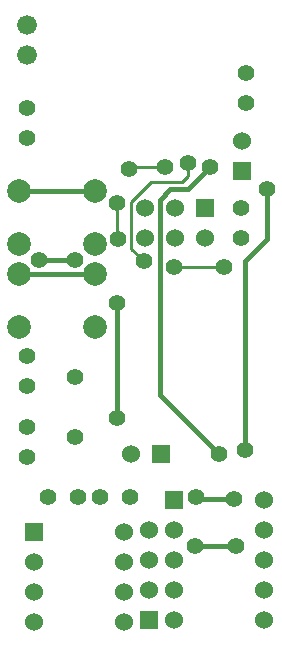
<source format=gtl>
G04 (created by PCBNEW (2013-07-07 BZR 4022)-stable) date 2015/01/28 14:14:02*
%MOIN*%
G04 Gerber Fmt 3.4, Leading zero omitted, Abs format*
%FSLAX34Y34*%
G01*
G70*
G90*
G04 APERTURE LIST*
%ADD10C,0.00590551*%
%ADD11R,0.06X0.06*%
%ADD12C,0.06*%
%ADD13C,0.066*%
%ADD14C,0.056*%
%ADD15C,0.055*%
%ADD16C,0.0787402*%
%ADD17C,0.016*%
%ADD18C,0.01*%
G04 APERTURE END LIST*
G54D10*
G54D11*
X30724Y-25681D03*
G54D12*
X30724Y-26681D03*
X29724Y-25681D03*
X29724Y-26681D03*
X28724Y-25681D03*
X28724Y-26681D03*
G54D11*
X31968Y-24437D03*
G54D12*
X31968Y-23437D03*
G54D13*
X24803Y-20578D03*
X24803Y-19578D03*
G54D14*
X26377Y-31283D03*
X26377Y-33283D03*
G54D11*
X25035Y-36452D03*
G54D12*
X25035Y-37452D03*
X25035Y-38452D03*
X25035Y-39452D03*
X28035Y-39452D03*
X28035Y-38452D03*
X28035Y-37452D03*
X28035Y-36452D03*
G54D11*
X29681Y-35401D03*
G54D12*
X29681Y-36401D03*
X29681Y-37401D03*
X29681Y-38401D03*
X29681Y-39401D03*
X32681Y-39401D03*
X32681Y-38401D03*
X32681Y-37401D03*
X32681Y-36401D03*
X32681Y-35401D03*
G54D15*
X24803Y-32964D03*
X24803Y-33964D03*
X24803Y-31602D03*
X24803Y-30602D03*
X31929Y-25681D03*
X31929Y-26681D03*
X32086Y-21153D03*
X32086Y-22153D03*
G54D16*
X27066Y-27854D03*
X27066Y-29625D03*
X24507Y-29625D03*
X24507Y-27854D03*
X27066Y-25098D03*
X27066Y-26870D03*
X24507Y-26870D03*
X24507Y-25098D03*
G54D15*
X26484Y-35314D03*
X25484Y-35314D03*
X27216Y-35314D03*
X28216Y-35314D03*
X24803Y-22334D03*
X24803Y-23334D03*
G54D11*
X28858Y-39413D03*
G54D12*
X28858Y-38413D03*
X28858Y-37413D03*
X28858Y-36413D03*
G54D11*
X29240Y-33858D03*
G54D12*
X28240Y-33858D03*
G54D15*
X30393Y-36929D03*
X31751Y-36929D03*
X27795Y-28818D03*
X27795Y-32677D03*
X25196Y-27401D03*
X26377Y-27401D03*
X32795Y-25039D03*
X32047Y-33740D03*
X27795Y-25511D03*
X27834Y-26692D03*
X29400Y-24300D03*
X28200Y-24350D03*
X31350Y-27625D03*
X29700Y-27625D03*
X30150Y-24150D03*
X28681Y-27440D03*
X31181Y-33858D03*
X30905Y-24291D03*
X31692Y-35354D03*
X30433Y-35314D03*
G54D17*
X30393Y-36929D02*
X31751Y-36929D01*
X27795Y-32677D02*
X27795Y-28818D01*
X25196Y-27401D02*
X26377Y-27401D01*
X24507Y-27854D02*
X27066Y-27854D01*
X24507Y-25098D02*
X27066Y-25098D01*
X32795Y-25039D02*
X32795Y-26692D01*
X32795Y-26692D02*
X32047Y-27440D01*
X32047Y-27440D02*
X32047Y-33740D01*
G54D18*
X27795Y-26614D02*
X27795Y-25511D01*
X27795Y-26653D02*
X27795Y-26614D01*
X27834Y-26692D02*
X27795Y-26653D01*
X28250Y-24300D02*
X29400Y-24300D01*
X28200Y-24350D02*
X28250Y-24300D01*
X31350Y-27625D02*
X29700Y-27625D01*
X29955Y-24794D02*
X30150Y-24600D01*
X30150Y-24600D02*
X30150Y-24150D01*
X29955Y-24794D02*
X29705Y-24794D01*
X28926Y-24794D02*
X29705Y-24794D01*
X28267Y-25452D02*
X28926Y-24794D01*
X28267Y-27027D02*
X28267Y-25452D01*
X28681Y-27440D02*
X28267Y-27027D01*
X29705Y-24794D02*
X29713Y-24794D01*
G54D17*
X29212Y-31889D02*
X31181Y-33858D01*
X29212Y-25393D02*
X29212Y-31535D01*
X29566Y-25039D02*
X29212Y-25393D01*
X30157Y-25039D02*
X29566Y-25039D01*
X30905Y-24291D02*
X30157Y-25039D01*
X30472Y-35354D02*
X31692Y-35354D01*
X30433Y-35314D02*
X30472Y-35354D01*
X29212Y-31535D02*
X29212Y-31889D01*
M02*

</source>
